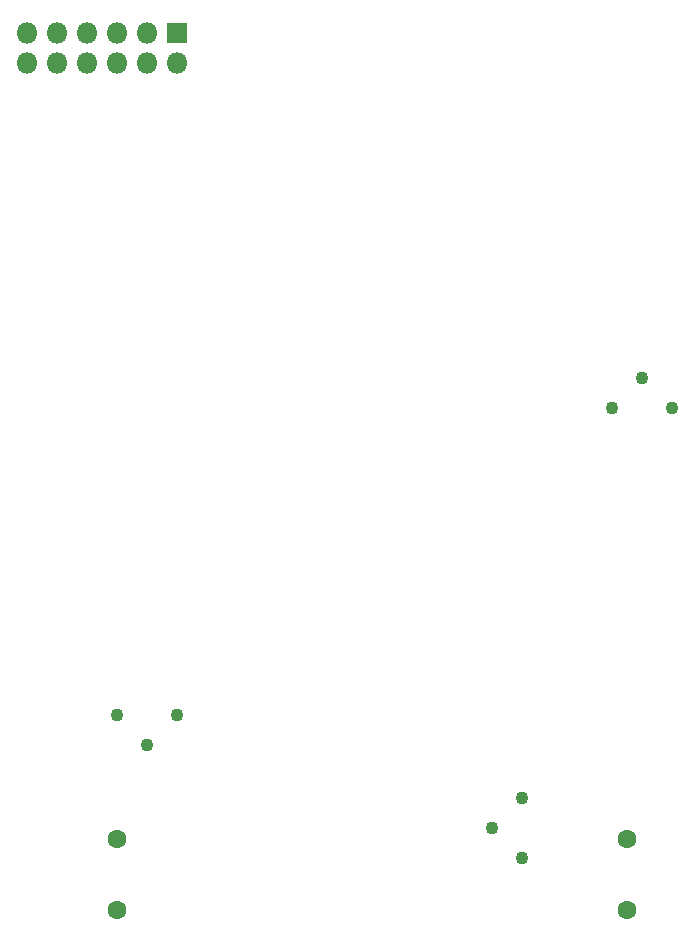
<source format=gbr>
%TF.GenerationSoftware,KiCad,Pcbnew,(5.1.5)-3*%
%TF.CreationDate,2020-10-12T09:52:32+02:00*%
%TF.ProjectId,PmodADC,506d6f64-4144-4432-9e6b-696361645f70,rev?*%
%TF.SameCoordinates,Original*%
%TF.FileFunction,Soldermask,Bot*%
%TF.FilePolarity,Negative*%
%FSLAX46Y46*%
G04 Gerber Fmt 4.6, Leading zero omitted, Abs format (unit mm)*
G04 Created by KiCad (PCBNEW (5.1.5)-3) date 2020-10-12 09:52:32*
%MOMM*%
%LPD*%
G04 APERTURE LIST*
%ADD10O,1.800000X1.800000*%
%ADD11R,1.800000X1.800000*%
%ADD12C,1.100000*%
%ADD13C,1.600000*%
G04 APERTURE END LIST*
D10*
%TO.C,J3*%
X-29845000Y123190000D03*
X-29845000Y125730000D03*
X-27305000Y123190000D03*
X-27305000Y125730000D03*
X-24765000Y123190000D03*
X-24765000Y125730000D03*
X-22225000Y123190000D03*
X-22225000Y125730000D03*
X-19685000Y123190000D03*
X-19685000Y125730000D03*
X-17145000Y123190000D03*
D11*
X-17145000Y125730000D03*
%TD*%
D12*
%TO.C,RV3*%
X-17145000Y67945000D03*
X-22225000Y67945000D03*
X-19685000Y65405000D03*
%TD*%
%TO.C,RV2*%
X19685000Y93980000D03*
X24765000Y93980000D03*
X22225000Y96520000D03*
%TD*%
%TO.C,RV1*%
X12065000Y55880000D03*
X12065000Y60960000D03*
X9525000Y58420000D03*
%TD*%
D13*
%TO.C,J4*%
X-22225000Y57435000D03*
X-22225000Y51435000D03*
%TD*%
%TO.C,J1*%
X20955000Y57435000D03*
X20955000Y51435000D03*
%TD*%
M02*

</source>
